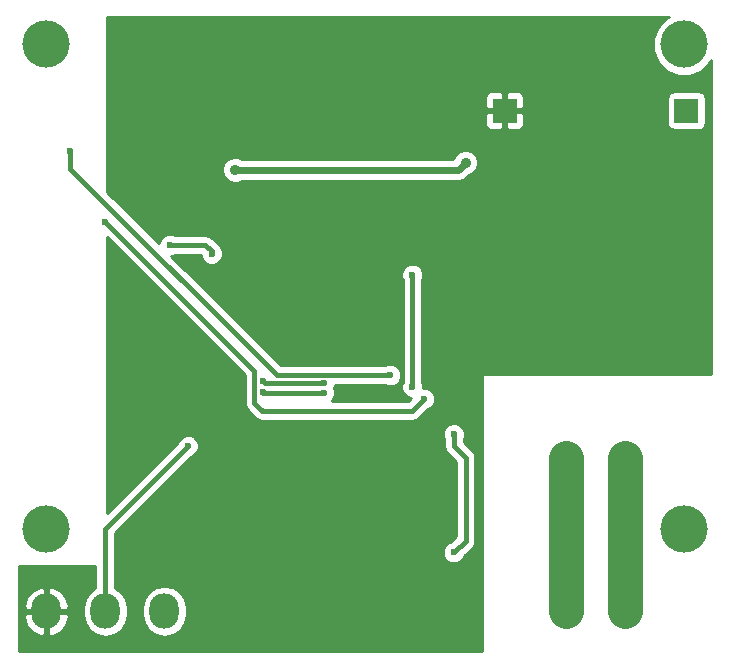
<source format=gbr>
G04 #@! TF.FileFunction,Copper,L2,Bot,Signal*
%FSLAX46Y46*%
G04 Gerber Fmt 4.6, Leading zero omitted, Abs format (unit mm)*
G04 Created by KiCad (PCBNEW 4.0.7-e2-6376~58~ubuntu16.04.1) date Sat Mar  3 01:45:26 2018*
%MOMM*%
%LPD*%
G01*
G04 APERTURE LIST*
%ADD10C,0.100000*%
%ADD11O,2.500000X3.000000*%
%ADD12R,2.000000X2.000000*%
%ADD13C,4.000000*%
%ADD14C,0.900000*%
%ADD15C,0.600000*%
%ADD16C,0.600000*%
%ADD17C,0.400000*%
%ADD18C,3.000000*%
%ADD19C,0.254000*%
G04 APERTURE END LIST*
D10*
D11*
X127000000Y-136000000D03*
X132000000Y-136000000D03*
X83000000Y-136000000D03*
X88000000Y-136000000D03*
X93000000Y-136000000D03*
D12*
X127000000Y-123000000D03*
X132000000Y-123000000D03*
X121800000Y-93600000D03*
X137200000Y-93600000D03*
D13*
X137000000Y-129000000D03*
X83000000Y-129000000D03*
X137000000Y-88000000D03*
X83000000Y-88000000D03*
D14*
X91571759Y-129928241D03*
X88500000Y-98000000D03*
X106090000Y-95000000D03*
X100000000Y-90500000D03*
X109000000Y-92000000D03*
X105000000Y-101000000D03*
X107500000Y-107500000D03*
X106000000Y-124000000D03*
X117345000Y-125000000D03*
X118500000Y-98000000D03*
X99000000Y-98600000D03*
D15*
X117500000Y-131000000D03*
X117500000Y-121000000D03*
X101331276Y-117449986D03*
X106500000Y-117500023D03*
X114000000Y-117000000D03*
X114000000Y-107500000D03*
X101331276Y-116500000D03*
X106500000Y-116700010D03*
X97000000Y-105700000D03*
X93460000Y-104960000D03*
X95000000Y-122000000D03*
X88000000Y-103000000D03*
X115000000Y-118000000D03*
X85000000Y-97000000D03*
X112135000Y-116000000D03*
D16*
X117900000Y-98600000D02*
X118500000Y-98000000D01*
X99000000Y-98600000D02*
X117900000Y-98600000D01*
D17*
X118500000Y-130000000D02*
X117500000Y-131000000D01*
X118500000Y-123000000D02*
X118500000Y-130000000D01*
X117500000Y-122000000D02*
X118500000Y-123000000D01*
X117500000Y-121000000D02*
X117500000Y-122000000D01*
X101381313Y-117500023D02*
X101331276Y-117449986D01*
X106500000Y-117500023D02*
X101381313Y-117500023D01*
X114000000Y-107500000D02*
X114000000Y-117000000D01*
X101531286Y-116700010D02*
X101331276Y-116500000D01*
X106500000Y-116700010D02*
X101531286Y-116700010D01*
D18*
X127000000Y-136000000D02*
X127000000Y-123000000D01*
X132000000Y-136000000D02*
X132000000Y-123000000D01*
D17*
X96460000Y-104960000D02*
X97000000Y-105500000D01*
X97000000Y-105500000D02*
X97000000Y-105700000D01*
X93460000Y-104960000D02*
X96460000Y-104960000D01*
X88000000Y-129000000D02*
X95000000Y-122000000D01*
X88000000Y-136000000D02*
X88000000Y-129000000D01*
X100631266Y-115631266D02*
X100631266Y-118324040D01*
X100631266Y-118324040D02*
X101307226Y-119000000D01*
X115000000Y-118000000D02*
X114000000Y-119000000D01*
X114000000Y-119000000D02*
X101307226Y-119000000D01*
X101307226Y-119000000D02*
X101264131Y-118956905D01*
X100631266Y-115631266D02*
X88000000Y-103000000D01*
X85000000Y-98500000D02*
X85000000Y-97000000D01*
X112135000Y-116000000D02*
X102500000Y-116000000D01*
X102500000Y-116000000D02*
X85000000Y-98500000D01*
D19*
G36*
X135509342Y-85764853D02*
X134767458Y-86505443D01*
X134365458Y-87473567D01*
X134364543Y-88521834D01*
X134764853Y-89490658D01*
X135505443Y-90232542D01*
X136473567Y-90634542D01*
X137521834Y-90635457D01*
X138490658Y-90235147D01*
X139232542Y-89494557D01*
X139315000Y-89295976D01*
X139315000Y-115873000D01*
X120000000Y-115873000D01*
X119953841Y-115881685D01*
X119911447Y-115908965D01*
X119883006Y-115950590D01*
X119873000Y-116000000D01*
X119873000Y-139315000D01*
X80685000Y-139315000D01*
X80685000Y-136424040D01*
X81114885Y-136424040D01*
X81324983Y-137132194D01*
X81790087Y-137706042D01*
X82439389Y-138058221D01*
X82580355Y-138087695D01*
X82873000Y-137971572D01*
X82873000Y-136127000D01*
X83127000Y-136127000D01*
X83127000Y-137971572D01*
X83419645Y-138087695D01*
X83560611Y-138058221D01*
X84209913Y-137706042D01*
X84675017Y-137132194D01*
X84885115Y-136424040D01*
X84730382Y-136127000D01*
X83127000Y-136127000D01*
X82873000Y-136127000D01*
X81269618Y-136127000D01*
X81114885Y-136424040D01*
X80685000Y-136424040D01*
X80685000Y-135575960D01*
X81114885Y-135575960D01*
X81269618Y-135873000D01*
X82873000Y-135873000D01*
X82873000Y-134028428D01*
X83127000Y-134028428D01*
X83127000Y-135873000D01*
X84730382Y-135873000D01*
X84885115Y-135575960D01*
X84675017Y-134867806D01*
X84209913Y-134293958D01*
X83560611Y-133941779D01*
X83419645Y-133912305D01*
X83127000Y-134028428D01*
X82873000Y-134028428D01*
X82580355Y-133912305D01*
X82439389Y-133941779D01*
X81790087Y-134293958D01*
X81324983Y-134867806D01*
X81114885Y-135575960D01*
X80685000Y-135575960D01*
X80685000Y-132127000D01*
X87165000Y-132127000D01*
X87165000Y-134042593D01*
X86667104Y-134375277D01*
X86258487Y-134986815D01*
X86115000Y-135708173D01*
X86115000Y-136291827D01*
X86258487Y-137013185D01*
X86667104Y-137624723D01*
X87278642Y-138033340D01*
X88000000Y-138176827D01*
X88721358Y-138033340D01*
X89332896Y-137624723D01*
X89741513Y-137013185D01*
X89885000Y-136291827D01*
X89885000Y-135708173D01*
X91115000Y-135708173D01*
X91115000Y-136291827D01*
X91258487Y-137013185D01*
X91667104Y-137624723D01*
X92278642Y-138033340D01*
X93000000Y-138176827D01*
X93721358Y-138033340D01*
X94332896Y-137624723D01*
X94741513Y-137013185D01*
X94885000Y-136291827D01*
X94885000Y-135708173D01*
X94741513Y-134986815D01*
X94332896Y-134375277D01*
X93721358Y-133966660D01*
X93000000Y-133823173D01*
X92278642Y-133966660D01*
X91667104Y-134375277D01*
X91258487Y-134986815D01*
X91115000Y-135708173D01*
X89885000Y-135708173D01*
X89741513Y-134986815D01*
X89332896Y-134375277D01*
X88835000Y-134042593D01*
X88835000Y-129345868D01*
X95288333Y-122892535D01*
X95528943Y-122793117D01*
X95792192Y-122530327D01*
X95934838Y-122186799D01*
X95935162Y-121814833D01*
X95793117Y-121471057D01*
X95530327Y-121207808D01*
X95475802Y-121185167D01*
X116564838Y-121185167D01*
X116665000Y-121427578D01*
X116665000Y-122000000D01*
X116728561Y-122319541D01*
X116788714Y-122409566D01*
X116909566Y-122590434D01*
X117665000Y-123345868D01*
X117665000Y-129654132D01*
X117211667Y-130107465D01*
X116971057Y-130206883D01*
X116707808Y-130469673D01*
X116565162Y-130813201D01*
X116564838Y-131185167D01*
X116706883Y-131528943D01*
X116969673Y-131792192D01*
X117313201Y-131934838D01*
X117685167Y-131935162D01*
X118028943Y-131793117D01*
X118292192Y-131530327D01*
X118392778Y-131288090D01*
X119090434Y-130590434D01*
X119271440Y-130319540D01*
X119335000Y-130000000D01*
X119335000Y-123000000D01*
X119322103Y-122935162D01*
X119271440Y-122680460D01*
X119090434Y-122409566D01*
X118335000Y-121654132D01*
X118335000Y-121427234D01*
X118434838Y-121186799D01*
X118435162Y-120814833D01*
X118293117Y-120471057D01*
X118030327Y-120207808D01*
X117686799Y-120065162D01*
X117314833Y-120064838D01*
X116971057Y-120206883D01*
X116707808Y-120469673D01*
X116565162Y-120813201D01*
X116564838Y-121185167D01*
X95475802Y-121185167D01*
X95186799Y-121065162D01*
X94814833Y-121064838D01*
X94471057Y-121206883D01*
X94207808Y-121469673D01*
X94107222Y-121711910D01*
X88127000Y-127692132D01*
X88127000Y-104307868D01*
X99796266Y-115977134D01*
X99796266Y-118324040D01*
X99859827Y-118643581D01*
X99884469Y-118680460D01*
X100040832Y-118914474D01*
X100716792Y-119590434D01*
X100987686Y-119771440D01*
X101307226Y-119835000D01*
X114000000Y-119835000D01*
X114319541Y-119771439D01*
X114590434Y-119590434D01*
X115288333Y-118892535D01*
X115528943Y-118793117D01*
X115792192Y-118530327D01*
X115934838Y-118186799D01*
X115935162Y-117814833D01*
X115793117Y-117471057D01*
X115530327Y-117207808D01*
X115186799Y-117065162D01*
X114934944Y-117064943D01*
X114935162Y-116814833D01*
X114835000Y-116572422D01*
X114835000Y-107927234D01*
X114934838Y-107686799D01*
X114935162Y-107314833D01*
X114793117Y-106971057D01*
X114530327Y-106707808D01*
X114186799Y-106565162D01*
X113814833Y-106564838D01*
X113471057Y-106706883D01*
X113207808Y-106969673D01*
X113065162Y-107313201D01*
X113064838Y-107685167D01*
X113165000Y-107927578D01*
X113165000Y-116572766D01*
X113065162Y-116813201D01*
X113064838Y-117185167D01*
X113206883Y-117528943D01*
X113469673Y-117792192D01*
X113813201Y-117934838D01*
X113884232Y-117934900D01*
X113654132Y-118165000D01*
X107157307Y-118165000D01*
X107292192Y-118030350D01*
X107434838Y-117686822D01*
X107435162Y-117314856D01*
X107346349Y-117099912D01*
X107434838Y-116886809D01*
X107434883Y-116835000D01*
X111707766Y-116835000D01*
X111948201Y-116934838D01*
X112320167Y-116935162D01*
X112663943Y-116793117D01*
X112927192Y-116530327D01*
X113069838Y-116186799D01*
X113070162Y-115814833D01*
X112928117Y-115471057D01*
X112665327Y-115207808D01*
X112321799Y-115065162D01*
X111949833Y-115064838D01*
X111707422Y-115165000D01*
X102845868Y-115165000D01*
X93575970Y-105895102D01*
X93645167Y-105895162D01*
X93887578Y-105795000D01*
X96064917Y-105795000D01*
X96064838Y-105885167D01*
X96206883Y-106228943D01*
X96469673Y-106492192D01*
X96813201Y-106634838D01*
X97185167Y-106635162D01*
X97528943Y-106493117D01*
X97792192Y-106230327D01*
X97934838Y-105886799D01*
X97935162Y-105514833D01*
X97793117Y-105171057D01*
X97708557Y-105086349D01*
X97590434Y-104909566D01*
X97050434Y-104369566D01*
X96779541Y-104188561D01*
X96460000Y-104125000D01*
X93887234Y-104125000D01*
X93646799Y-104025162D01*
X93274833Y-104024838D01*
X92931057Y-104166883D01*
X92667808Y-104429673D01*
X92525162Y-104773201D01*
X92525100Y-104844232D01*
X88127000Y-100446132D01*
X88127000Y-98814873D01*
X97914812Y-98814873D01*
X98079646Y-99213800D01*
X98384595Y-99519282D01*
X98783233Y-99684811D01*
X99214873Y-99685188D01*
X99578354Y-99535000D01*
X117900000Y-99535000D01*
X118257809Y-99463827D01*
X118561145Y-99261145D01*
X118752754Y-99069536D01*
X119113800Y-98920354D01*
X119419282Y-98615405D01*
X119584811Y-98216767D01*
X119585188Y-97785127D01*
X119420354Y-97386200D01*
X119115405Y-97080718D01*
X118716767Y-96915189D01*
X118285127Y-96914812D01*
X117886200Y-97079646D01*
X117580718Y-97384595D01*
X117464284Y-97665000D01*
X99577552Y-97665000D01*
X99216767Y-97515189D01*
X98785127Y-97514812D01*
X98386200Y-97679646D01*
X98080718Y-97984595D01*
X97915189Y-98383233D01*
X97914812Y-98814873D01*
X88127000Y-98814873D01*
X88127000Y-93885750D01*
X120165000Y-93885750D01*
X120165000Y-94726309D01*
X120261673Y-94959698D01*
X120440301Y-95138327D01*
X120673690Y-95235000D01*
X121514250Y-95235000D01*
X121673000Y-95076250D01*
X121673000Y-93727000D01*
X121927000Y-93727000D01*
X121927000Y-95076250D01*
X122085750Y-95235000D01*
X122926310Y-95235000D01*
X123159699Y-95138327D01*
X123338327Y-94959698D01*
X123435000Y-94726309D01*
X123435000Y-93885750D01*
X123276250Y-93727000D01*
X121927000Y-93727000D01*
X121673000Y-93727000D01*
X120323750Y-93727000D01*
X120165000Y-93885750D01*
X88127000Y-93885750D01*
X88127000Y-92473691D01*
X120165000Y-92473691D01*
X120165000Y-93314250D01*
X120323750Y-93473000D01*
X121673000Y-93473000D01*
X121673000Y-92123750D01*
X121927000Y-92123750D01*
X121927000Y-93473000D01*
X123276250Y-93473000D01*
X123435000Y-93314250D01*
X123435000Y-92600000D01*
X135552560Y-92600000D01*
X135552560Y-94600000D01*
X135596838Y-94835317D01*
X135735910Y-95051441D01*
X135948110Y-95196431D01*
X136200000Y-95247440D01*
X138200000Y-95247440D01*
X138435317Y-95203162D01*
X138651441Y-95064090D01*
X138796431Y-94851890D01*
X138847440Y-94600000D01*
X138847440Y-92600000D01*
X138803162Y-92364683D01*
X138664090Y-92148559D01*
X138451890Y-92003569D01*
X138200000Y-91952560D01*
X136200000Y-91952560D01*
X135964683Y-91996838D01*
X135748559Y-92135910D01*
X135603569Y-92348110D01*
X135552560Y-92600000D01*
X123435000Y-92600000D01*
X123435000Y-92473691D01*
X123338327Y-92240302D01*
X123159699Y-92061673D01*
X122926310Y-91965000D01*
X122085750Y-91965000D01*
X121927000Y-92123750D01*
X121673000Y-92123750D01*
X121514250Y-91965000D01*
X120673690Y-91965000D01*
X120440301Y-92061673D01*
X120261673Y-92240302D01*
X120165000Y-92473691D01*
X88127000Y-92473691D01*
X88127000Y-85685000D01*
X135702601Y-85685000D01*
X135509342Y-85764853D01*
X135509342Y-85764853D01*
G37*
X135509342Y-85764853D02*
X134767458Y-86505443D01*
X134365458Y-87473567D01*
X134364543Y-88521834D01*
X134764853Y-89490658D01*
X135505443Y-90232542D01*
X136473567Y-90634542D01*
X137521834Y-90635457D01*
X138490658Y-90235147D01*
X139232542Y-89494557D01*
X139315000Y-89295976D01*
X139315000Y-115873000D01*
X120000000Y-115873000D01*
X119953841Y-115881685D01*
X119911447Y-115908965D01*
X119883006Y-115950590D01*
X119873000Y-116000000D01*
X119873000Y-139315000D01*
X80685000Y-139315000D01*
X80685000Y-136424040D01*
X81114885Y-136424040D01*
X81324983Y-137132194D01*
X81790087Y-137706042D01*
X82439389Y-138058221D01*
X82580355Y-138087695D01*
X82873000Y-137971572D01*
X82873000Y-136127000D01*
X83127000Y-136127000D01*
X83127000Y-137971572D01*
X83419645Y-138087695D01*
X83560611Y-138058221D01*
X84209913Y-137706042D01*
X84675017Y-137132194D01*
X84885115Y-136424040D01*
X84730382Y-136127000D01*
X83127000Y-136127000D01*
X82873000Y-136127000D01*
X81269618Y-136127000D01*
X81114885Y-136424040D01*
X80685000Y-136424040D01*
X80685000Y-135575960D01*
X81114885Y-135575960D01*
X81269618Y-135873000D01*
X82873000Y-135873000D01*
X82873000Y-134028428D01*
X83127000Y-134028428D01*
X83127000Y-135873000D01*
X84730382Y-135873000D01*
X84885115Y-135575960D01*
X84675017Y-134867806D01*
X84209913Y-134293958D01*
X83560611Y-133941779D01*
X83419645Y-133912305D01*
X83127000Y-134028428D01*
X82873000Y-134028428D01*
X82580355Y-133912305D01*
X82439389Y-133941779D01*
X81790087Y-134293958D01*
X81324983Y-134867806D01*
X81114885Y-135575960D01*
X80685000Y-135575960D01*
X80685000Y-132127000D01*
X87165000Y-132127000D01*
X87165000Y-134042593D01*
X86667104Y-134375277D01*
X86258487Y-134986815D01*
X86115000Y-135708173D01*
X86115000Y-136291827D01*
X86258487Y-137013185D01*
X86667104Y-137624723D01*
X87278642Y-138033340D01*
X88000000Y-138176827D01*
X88721358Y-138033340D01*
X89332896Y-137624723D01*
X89741513Y-137013185D01*
X89885000Y-136291827D01*
X89885000Y-135708173D01*
X91115000Y-135708173D01*
X91115000Y-136291827D01*
X91258487Y-137013185D01*
X91667104Y-137624723D01*
X92278642Y-138033340D01*
X93000000Y-138176827D01*
X93721358Y-138033340D01*
X94332896Y-137624723D01*
X94741513Y-137013185D01*
X94885000Y-136291827D01*
X94885000Y-135708173D01*
X94741513Y-134986815D01*
X94332896Y-134375277D01*
X93721358Y-133966660D01*
X93000000Y-133823173D01*
X92278642Y-133966660D01*
X91667104Y-134375277D01*
X91258487Y-134986815D01*
X91115000Y-135708173D01*
X89885000Y-135708173D01*
X89741513Y-134986815D01*
X89332896Y-134375277D01*
X88835000Y-134042593D01*
X88835000Y-129345868D01*
X95288333Y-122892535D01*
X95528943Y-122793117D01*
X95792192Y-122530327D01*
X95934838Y-122186799D01*
X95935162Y-121814833D01*
X95793117Y-121471057D01*
X95530327Y-121207808D01*
X95475802Y-121185167D01*
X116564838Y-121185167D01*
X116665000Y-121427578D01*
X116665000Y-122000000D01*
X116728561Y-122319541D01*
X116788714Y-122409566D01*
X116909566Y-122590434D01*
X117665000Y-123345868D01*
X117665000Y-129654132D01*
X117211667Y-130107465D01*
X116971057Y-130206883D01*
X116707808Y-130469673D01*
X116565162Y-130813201D01*
X116564838Y-131185167D01*
X116706883Y-131528943D01*
X116969673Y-131792192D01*
X117313201Y-131934838D01*
X117685167Y-131935162D01*
X118028943Y-131793117D01*
X118292192Y-131530327D01*
X118392778Y-131288090D01*
X119090434Y-130590434D01*
X119271440Y-130319540D01*
X119335000Y-130000000D01*
X119335000Y-123000000D01*
X119322103Y-122935162D01*
X119271440Y-122680460D01*
X119090434Y-122409566D01*
X118335000Y-121654132D01*
X118335000Y-121427234D01*
X118434838Y-121186799D01*
X118435162Y-120814833D01*
X118293117Y-120471057D01*
X118030327Y-120207808D01*
X117686799Y-120065162D01*
X117314833Y-120064838D01*
X116971057Y-120206883D01*
X116707808Y-120469673D01*
X116565162Y-120813201D01*
X116564838Y-121185167D01*
X95475802Y-121185167D01*
X95186799Y-121065162D01*
X94814833Y-121064838D01*
X94471057Y-121206883D01*
X94207808Y-121469673D01*
X94107222Y-121711910D01*
X88127000Y-127692132D01*
X88127000Y-104307868D01*
X99796266Y-115977134D01*
X99796266Y-118324040D01*
X99859827Y-118643581D01*
X99884469Y-118680460D01*
X100040832Y-118914474D01*
X100716792Y-119590434D01*
X100987686Y-119771440D01*
X101307226Y-119835000D01*
X114000000Y-119835000D01*
X114319541Y-119771439D01*
X114590434Y-119590434D01*
X115288333Y-118892535D01*
X115528943Y-118793117D01*
X115792192Y-118530327D01*
X115934838Y-118186799D01*
X115935162Y-117814833D01*
X115793117Y-117471057D01*
X115530327Y-117207808D01*
X115186799Y-117065162D01*
X114934944Y-117064943D01*
X114935162Y-116814833D01*
X114835000Y-116572422D01*
X114835000Y-107927234D01*
X114934838Y-107686799D01*
X114935162Y-107314833D01*
X114793117Y-106971057D01*
X114530327Y-106707808D01*
X114186799Y-106565162D01*
X113814833Y-106564838D01*
X113471057Y-106706883D01*
X113207808Y-106969673D01*
X113065162Y-107313201D01*
X113064838Y-107685167D01*
X113165000Y-107927578D01*
X113165000Y-116572766D01*
X113065162Y-116813201D01*
X113064838Y-117185167D01*
X113206883Y-117528943D01*
X113469673Y-117792192D01*
X113813201Y-117934838D01*
X113884232Y-117934900D01*
X113654132Y-118165000D01*
X107157307Y-118165000D01*
X107292192Y-118030350D01*
X107434838Y-117686822D01*
X107435162Y-117314856D01*
X107346349Y-117099912D01*
X107434838Y-116886809D01*
X107434883Y-116835000D01*
X111707766Y-116835000D01*
X111948201Y-116934838D01*
X112320167Y-116935162D01*
X112663943Y-116793117D01*
X112927192Y-116530327D01*
X113069838Y-116186799D01*
X113070162Y-115814833D01*
X112928117Y-115471057D01*
X112665327Y-115207808D01*
X112321799Y-115065162D01*
X111949833Y-115064838D01*
X111707422Y-115165000D01*
X102845868Y-115165000D01*
X93575970Y-105895102D01*
X93645167Y-105895162D01*
X93887578Y-105795000D01*
X96064917Y-105795000D01*
X96064838Y-105885167D01*
X96206883Y-106228943D01*
X96469673Y-106492192D01*
X96813201Y-106634838D01*
X97185167Y-106635162D01*
X97528943Y-106493117D01*
X97792192Y-106230327D01*
X97934838Y-105886799D01*
X97935162Y-105514833D01*
X97793117Y-105171057D01*
X97708557Y-105086349D01*
X97590434Y-104909566D01*
X97050434Y-104369566D01*
X96779541Y-104188561D01*
X96460000Y-104125000D01*
X93887234Y-104125000D01*
X93646799Y-104025162D01*
X93274833Y-104024838D01*
X92931057Y-104166883D01*
X92667808Y-104429673D01*
X92525162Y-104773201D01*
X92525100Y-104844232D01*
X88127000Y-100446132D01*
X88127000Y-98814873D01*
X97914812Y-98814873D01*
X98079646Y-99213800D01*
X98384595Y-99519282D01*
X98783233Y-99684811D01*
X99214873Y-99685188D01*
X99578354Y-99535000D01*
X117900000Y-99535000D01*
X118257809Y-99463827D01*
X118561145Y-99261145D01*
X118752754Y-99069536D01*
X119113800Y-98920354D01*
X119419282Y-98615405D01*
X119584811Y-98216767D01*
X119585188Y-97785127D01*
X119420354Y-97386200D01*
X119115405Y-97080718D01*
X118716767Y-96915189D01*
X118285127Y-96914812D01*
X117886200Y-97079646D01*
X117580718Y-97384595D01*
X117464284Y-97665000D01*
X99577552Y-97665000D01*
X99216767Y-97515189D01*
X98785127Y-97514812D01*
X98386200Y-97679646D01*
X98080718Y-97984595D01*
X97915189Y-98383233D01*
X97914812Y-98814873D01*
X88127000Y-98814873D01*
X88127000Y-93885750D01*
X120165000Y-93885750D01*
X120165000Y-94726309D01*
X120261673Y-94959698D01*
X120440301Y-95138327D01*
X120673690Y-95235000D01*
X121514250Y-95235000D01*
X121673000Y-95076250D01*
X121673000Y-93727000D01*
X121927000Y-93727000D01*
X121927000Y-95076250D01*
X122085750Y-95235000D01*
X122926310Y-95235000D01*
X123159699Y-95138327D01*
X123338327Y-94959698D01*
X123435000Y-94726309D01*
X123435000Y-93885750D01*
X123276250Y-93727000D01*
X121927000Y-93727000D01*
X121673000Y-93727000D01*
X120323750Y-93727000D01*
X120165000Y-93885750D01*
X88127000Y-93885750D01*
X88127000Y-92473691D01*
X120165000Y-92473691D01*
X120165000Y-93314250D01*
X120323750Y-93473000D01*
X121673000Y-93473000D01*
X121673000Y-92123750D01*
X121927000Y-92123750D01*
X121927000Y-93473000D01*
X123276250Y-93473000D01*
X123435000Y-93314250D01*
X123435000Y-92600000D01*
X135552560Y-92600000D01*
X135552560Y-94600000D01*
X135596838Y-94835317D01*
X135735910Y-95051441D01*
X135948110Y-95196431D01*
X136200000Y-95247440D01*
X138200000Y-95247440D01*
X138435317Y-95203162D01*
X138651441Y-95064090D01*
X138796431Y-94851890D01*
X138847440Y-94600000D01*
X138847440Y-92600000D01*
X138803162Y-92364683D01*
X138664090Y-92148559D01*
X138451890Y-92003569D01*
X138200000Y-91952560D01*
X136200000Y-91952560D01*
X135964683Y-91996838D01*
X135748559Y-92135910D01*
X135603569Y-92348110D01*
X135552560Y-92600000D01*
X123435000Y-92600000D01*
X123435000Y-92473691D01*
X123338327Y-92240302D01*
X123159699Y-92061673D01*
X122926310Y-91965000D01*
X122085750Y-91965000D01*
X121927000Y-92123750D01*
X121673000Y-92123750D01*
X121514250Y-91965000D01*
X120673690Y-91965000D01*
X120440301Y-92061673D01*
X120261673Y-92240302D01*
X120165000Y-92473691D01*
X88127000Y-92473691D01*
X88127000Y-85685000D01*
X135702601Y-85685000D01*
X135509342Y-85764853D01*
M02*

</source>
